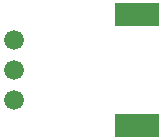
<source format=gbr>
G04 start of page 6 for group -4062 idx -4062 *
G04 Title: (unknown), soldermask *
G04 Creator: pcb 20110918 *
G04 CreationDate: Tue 09 Apr 2013 04:13:52 PM GMT UTC *
G04 For: railfan *
G04 Format: Gerber/RS-274X *
G04 PCB-Dimensions: 70000 46000 *
G04 PCB-Coordinate-Origin: lower left *
%MOIN*%
%FSLAX25Y25*%
%LNBOTTOMMASK*%
%ADD36R,0.0760X0.0760*%
%ADD35C,0.0660*%
G54D35*X5500Y13000D03*
Y23000D03*
Y33000D03*
G54D36*X43000Y4500D02*X50000D01*
X43000Y41500D02*X50000D01*
M02*

</source>
